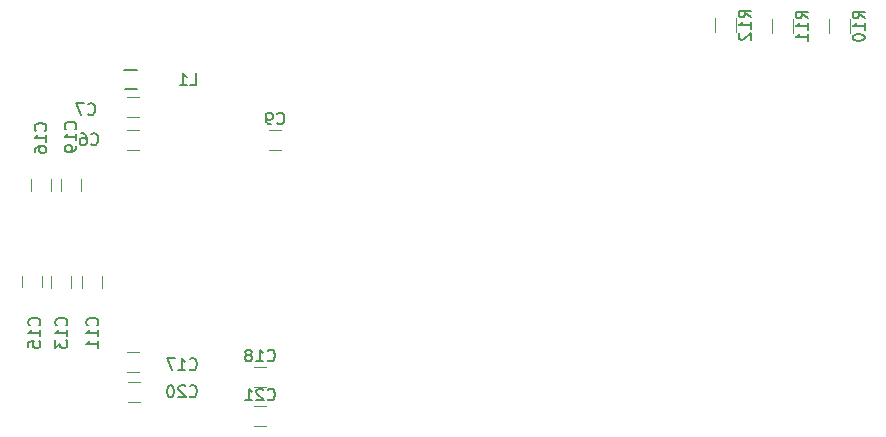
<source format=gbr>
G04 #@! TF.FileFunction,Legend,Bot*
%FSLAX46Y46*%
G04 Gerber Fmt 4.6, Leading zero omitted, Abs format (unit mm)*
G04 Created by KiCad (PCBNEW 4.0.7-e2-6376~58~ubuntu16.04.1) date Tue Apr 16 15:45:19 2019*
%MOMM*%
%LPD*%
G01*
G04 APERTURE LIST*
%ADD10C,0.100000*%
%ADD11C,0.120000*%
%ADD12C,0.150000*%
G04 APERTURE END LIST*
D10*
D11*
X103001767Y-101247891D02*
X104001767Y-101247891D01*
X104001767Y-102947891D02*
X103001767Y-102947891D01*
X103001767Y-98464000D02*
X104001767Y-98464000D01*
X104001767Y-100164000D02*
X103001767Y-100164000D01*
X115070000Y-101258000D02*
X116070000Y-101258000D01*
X116070000Y-102958000D02*
X115070000Y-102958000D01*
X100901438Y-113628208D02*
X100901438Y-114628208D01*
X99201438Y-114628208D02*
X99201438Y-113628208D01*
X98276326Y-113628208D02*
X98276326Y-114628208D01*
X96576326Y-114628208D02*
X96576326Y-113628208D01*
X95821438Y-113608208D02*
X95821438Y-114608208D01*
X94121438Y-114608208D02*
X94121438Y-113608208D01*
X96608000Y-105438000D02*
X96608000Y-106438000D01*
X94908000Y-106438000D02*
X94908000Y-105438000D01*
X104033002Y-121771001D02*
X103033002Y-121771001D01*
X103033002Y-120071001D02*
X104033002Y-120071001D01*
X113800000Y-121324000D02*
X114800000Y-121324000D01*
X114800000Y-123024000D02*
X113800000Y-123024000D01*
X99148000Y-105418000D02*
X99148000Y-106418000D01*
X97448000Y-106418000D02*
X97448000Y-105418000D01*
X104132000Y-124294000D02*
X103132000Y-124294000D01*
X103132000Y-122594000D02*
X104132000Y-122594000D01*
X113800000Y-124626000D02*
X114800000Y-124626000D01*
X114800000Y-126326000D02*
X113800000Y-126326000D01*
D12*
X103913940Y-97828100D02*
X102862380Y-97828100D01*
X102811580Y-96227900D02*
X103863140Y-96227900D01*
D11*
X162442000Y-91865974D02*
X162442000Y-93065974D01*
X164202000Y-93065974D02*
X164202000Y-91865974D01*
X157616000Y-91865974D02*
X157616000Y-93065974D01*
X159376000Y-93065974D02*
X159376000Y-91865974D01*
X152790000Y-91785974D02*
X152790000Y-92985974D01*
X154550000Y-92985974D02*
X154550000Y-91785974D01*
D12*
X99988666Y-102465143D02*
X100036285Y-102512762D01*
X100179142Y-102560381D01*
X100274380Y-102560381D01*
X100417238Y-102512762D01*
X100512476Y-102417524D01*
X100560095Y-102322286D01*
X100607714Y-102131810D01*
X100607714Y-101988952D01*
X100560095Y-101798476D01*
X100512476Y-101703238D01*
X100417238Y-101608000D01*
X100274380Y-101560381D01*
X100179142Y-101560381D01*
X100036285Y-101608000D01*
X99988666Y-101655619D01*
X99131523Y-101560381D02*
X99322000Y-101560381D01*
X99417238Y-101608000D01*
X99464857Y-101655619D01*
X99560095Y-101798476D01*
X99607714Y-101988952D01*
X99607714Y-102369905D01*
X99560095Y-102465143D01*
X99512476Y-102512762D01*
X99417238Y-102560381D01*
X99226761Y-102560381D01*
X99131523Y-102512762D01*
X99083904Y-102465143D01*
X99036285Y-102369905D01*
X99036285Y-102131810D01*
X99083904Y-102036571D01*
X99131523Y-101988952D01*
X99226761Y-101941333D01*
X99417238Y-101941333D01*
X99512476Y-101988952D01*
X99560095Y-102036571D01*
X99607714Y-102131810D01*
X99734666Y-99925143D02*
X99782285Y-99972762D01*
X99925142Y-100020381D01*
X100020380Y-100020381D01*
X100163238Y-99972762D01*
X100258476Y-99877524D01*
X100306095Y-99782286D01*
X100353714Y-99591810D01*
X100353714Y-99448952D01*
X100306095Y-99258476D01*
X100258476Y-99163238D01*
X100163238Y-99068000D01*
X100020380Y-99020381D01*
X99925142Y-99020381D01*
X99782285Y-99068000D01*
X99734666Y-99115619D01*
X99401333Y-99020381D02*
X98734666Y-99020381D01*
X99163238Y-100020381D01*
X115736666Y-100715143D02*
X115784285Y-100762762D01*
X115927142Y-100810381D01*
X116022380Y-100810381D01*
X116165238Y-100762762D01*
X116260476Y-100667524D01*
X116308095Y-100572286D01*
X116355714Y-100381810D01*
X116355714Y-100238952D01*
X116308095Y-100048476D01*
X116260476Y-99953238D01*
X116165238Y-99858000D01*
X116022380Y-99810381D01*
X115927142Y-99810381D01*
X115784285Y-99858000D01*
X115736666Y-99905619D01*
X115260476Y-100810381D02*
X115070000Y-100810381D01*
X114974761Y-100762762D01*
X114927142Y-100715143D01*
X114831904Y-100572286D01*
X114784285Y-100381810D01*
X114784285Y-100000857D01*
X114831904Y-99905619D01*
X114879523Y-99858000D01*
X114974761Y-99810381D01*
X115165238Y-99810381D01*
X115260476Y-99858000D01*
X115308095Y-99905619D01*
X115355714Y-100000857D01*
X115355714Y-100238952D01*
X115308095Y-100334190D01*
X115260476Y-100381810D01*
X115165238Y-100429429D01*
X114974761Y-100429429D01*
X114879523Y-100381810D01*
X114831904Y-100334190D01*
X114784285Y-100238952D01*
X100493693Y-117803351D02*
X100541312Y-117755732D01*
X100588931Y-117612875D01*
X100588931Y-117517637D01*
X100541312Y-117374779D01*
X100446074Y-117279541D01*
X100350836Y-117231922D01*
X100160360Y-117184303D01*
X100017502Y-117184303D01*
X99827026Y-117231922D01*
X99731788Y-117279541D01*
X99636550Y-117374779D01*
X99588931Y-117517637D01*
X99588931Y-117612875D01*
X99636550Y-117755732D01*
X99684169Y-117803351D01*
X100588931Y-118755732D02*
X100588931Y-118184303D01*
X100588931Y-118470017D02*
X99588931Y-118470017D01*
X99731788Y-118374779D01*
X99827026Y-118279541D01*
X99874645Y-118184303D01*
X100588931Y-119708113D02*
X100588931Y-119136684D01*
X100588931Y-119422398D02*
X99588931Y-119422398D01*
X99731788Y-119327160D01*
X99827026Y-119231922D01*
X99874645Y-119136684D01*
X97868581Y-117803351D02*
X97916200Y-117755732D01*
X97963819Y-117612875D01*
X97963819Y-117517637D01*
X97916200Y-117374779D01*
X97820962Y-117279541D01*
X97725724Y-117231922D01*
X97535248Y-117184303D01*
X97392390Y-117184303D01*
X97201914Y-117231922D01*
X97106676Y-117279541D01*
X97011438Y-117374779D01*
X96963819Y-117517637D01*
X96963819Y-117612875D01*
X97011438Y-117755732D01*
X97059057Y-117803351D01*
X97963819Y-118755732D02*
X97963819Y-118184303D01*
X97963819Y-118470017D02*
X96963819Y-118470017D01*
X97106676Y-118374779D01*
X97201914Y-118279541D01*
X97249533Y-118184303D01*
X96963819Y-119089065D02*
X96963819Y-119708113D01*
X97344771Y-119374779D01*
X97344771Y-119517637D01*
X97392390Y-119612875D01*
X97440009Y-119660494D01*
X97535248Y-119708113D01*
X97773343Y-119708113D01*
X97868581Y-119660494D01*
X97916200Y-119612875D01*
X97963819Y-119517637D01*
X97963819Y-119231922D01*
X97916200Y-119136684D01*
X97868581Y-119089065D01*
X95582581Y-117803351D02*
X95630200Y-117755732D01*
X95677819Y-117612875D01*
X95677819Y-117517637D01*
X95630200Y-117374779D01*
X95534962Y-117279541D01*
X95439724Y-117231922D01*
X95249248Y-117184303D01*
X95106390Y-117184303D01*
X94915914Y-117231922D01*
X94820676Y-117279541D01*
X94725438Y-117374779D01*
X94677819Y-117517637D01*
X94677819Y-117612875D01*
X94725438Y-117755732D01*
X94773057Y-117803351D01*
X95677819Y-118755732D02*
X95677819Y-118184303D01*
X95677819Y-118470017D02*
X94677819Y-118470017D01*
X94820676Y-118374779D01*
X94915914Y-118279541D01*
X94963533Y-118184303D01*
X94677819Y-119660494D02*
X94677819Y-119184303D01*
X95154009Y-119136684D01*
X95106390Y-119184303D01*
X95058771Y-119279541D01*
X95058771Y-119517637D01*
X95106390Y-119612875D01*
X95154009Y-119660494D01*
X95249248Y-119708113D01*
X95487343Y-119708113D01*
X95582581Y-119660494D01*
X95630200Y-119612875D01*
X95677819Y-119517637D01*
X95677819Y-119279541D01*
X95630200Y-119184303D01*
X95582581Y-119136684D01*
X96115143Y-101322145D02*
X96162762Y-101274526D01*
X96210381Y-101131669D01*
X96210381Y-101036431D01*
X96162762Y-100893573D01*
X96067524Y-100798335D01*
X95972286Y-100750716D01*
X95781810Y-100703097D01*
X95638952Y-100703097D01*
X95448476Y-100750716D01*
X95353238Y-100798335D01*
X95258000Y-100893573D01*
X95210381Y-101036431D01*
X95210381Y-101131669D01*
X95258000Y-101274526D01*
X95305619Y-101322145D01*
X96210381Y-102274526D02*
X96210381Y-101703097D01*
X96210381Y-101988811D02*
X95210381Y-101988811D01*
X95353238Y-101893573D01*
X95448476Y-101798335D01*
X95496095Y-101703097D01*
X95210381Y-103131669D02*
X95210381Y-102941192D01*
X95258000Y-102845954D01*
X95305619Y-102798335D01*
X95448476Y-102703097D01*
X95638952Y-102655478D01*
X96019905Y-102655478D01*
X96115143Y-102703097D01*
X96162762Y-102750716D01*
X96210381Y-102845954D01*
X96210381Y-103036431D01*
X96162762Y-103131669D01*
X96115143Y-103179288D01*
X96019905Y-103226907D01*
X95781810Y-103226907D01*
X95686571Y-103179288D01*
X95638952Y-103131669D01*
X95591333Y-103036431D01*
X95591333Y-102845954D01*
X95638952Y-102750716D01*
X95686571Y-102703097D01*
X95781810Y-102655478D01*
X108338857Y-121515143D02*
X108386476Y-121562762D01*
X108529333Y-121610381D01*
X108624571Y-121610381D01*
X108767429Y-121562762D01*
X108862667Y-121467524D01*
X108910286Y-121372286D01*
X108957905Y-121181810D01*
X108957905Y-121038952D01*
X108910286Y-120848476D01*
X108862667Y-120753238D01*
X108767429Y-120658000D01*
X108624571Y-120610381D01*
X108529333Y-120610381D01*
X108386476Y-120658000D01*
X108338857Y-120705619D01*
X107386476Y-121610381D02*
X107957905Y-121610381D01*
X107672191Y-121610381D02*
X107672191Y-120610381D01*
X107767429Y-120753238D01*
X107862667Y-120848476D01*
X107957905Y-120896095D01*
X107053143Y-120610381D02*
X106386476Y-120610381D01*
X106815048Y-121610381D01*
X114942857Y-120781143D02*
X114990476Y-120828762D01*
X115133333Y-120876381D01*
X115228571Y-120876381D01*
X115371429Y-120828762D01*
X115466667Y-120733524D01*
X115514286Y-120638286D01*
X115561905Y-120447810D01*
X115561905Y-120304952D01*
X115514286Y-120114476D01*
X115466667Y-120019238D01*
X115371429Y-119924000D01*
X115228571Y-119876381D01*
X115133333Y-119876381D01*
X114990476Y-119924000D01*
X114942857Y-119971619D01*
X113990476Y-120876381D02*
X114561905Y-120876381D01*
X114276191Y-120876381D02*
X114276191Y-119876381D01*
X114371429Y-120019238D01*
X114466667Y-120114476D01*
X114561905Y-120162095D01*
X113419048Y-120304952D02*
X113514286Y-120257333D01*
X113561905Y-120209714D01*
X113609524Y-120114476D01*
X113609524Y-120066857D01*
X113561905Y-119971619D01*
X113514286Y-119924000D01*
X113419048Y-119876381D01*
X113228571Y-119876381D01*
X113133333Y-119924000D01*
X113085714Y-119971619D01*
X113038095Y-120066857D01*
X113038095Y-120114476D01*
X113085714Y-120209714D01*
X113133333Y-120257333D01*
X113228571Y-120304952D01*
X113419048Y-120304952D01*
X113514286Y-120352571D01*
X113561905Y-120400190D01*
X113609524Y-120495429D01*
X113609524Y-120685905D01*
X113561905Y-120781143D01*
X113514286Y-120828762D01*
X113419048Y-120876381D01*
X113228571Y-120876381D01*
X113133333Y-120828762D01*
X113085714Y-120781143D01*
X113038095Y-120685905D01*
X113038095Y-120495429D01*
X113085714Y-120400190D01*
X113133333Y-120352571D01*
X113228571Y-120304952D01*
X98655143Y-101211143D02*
X98702762Y-101163524D01*
X98750381Y-101020667D01*
X98750381Y-100925429D01*
X98702762Y-100782571D01*
X98607524Y-100687333D01*
X98512286Y-100639714D01*
X98321810Y-100592095D01*
X98178952Y-100592095D01*
X97988476Y-100639714D01*
X97893238Y-100687333D01*
X97798000Y-100782571D01*
X97750381Y-100925429D01*
X97750381Y-101020667D01*
X97798000Y-101163524D01*
X97845619Y-101211143D01*
X98750381Y-102163524D02*
X98750381Y-101592095D01*
X98750381Y-101877809D02*
X97750381Y-101877809D01*
X97893238Y-101782571D01*
X97988476Y-101687333D01*
X98036095Y-101592095D01*
X98750381Y-102639714D02*
X98750381Y-102830190D01*
X98702762Y-102925429D01*
X98655143Y-102973048D01*
X98512286Y-103068286D01*
X98321810Y-103115905D01*
X97940857Y-103115905D01*
X97845619Y-103068286D01*
X97798000Y-103020667D01*
X97750381Y-102925429D01*
X97750381Y-102734952D01*
X97798000Y-102639714D01*
X97845619Y-102592095D01*
X97940857Y-102544476D01*
X98178952Y-102544476D01*
X98274190Y-102592095D01*
X98321810Y-102639714D01*
X98369429Y-102734952D01*
X98369429Y-102925429D01*
X98321810Y-103020667D01*
X98274190Y-103068286D01*
X98178952Y-103115905D01*
X108338857Y-123801143D02*
X108386476Y-123848762D01*
X108529333Y-123896381D01*
X108624571Y-123896381D01*
X108767429Y-123848762D01*
X108862667Y-123753524D01*
X108910286Y-123658286D01*
X108957905Y-123467810D01*
X108957905Y-123324952D01*
X108910286Y-123134476D01*
X108862667Y-123039238D01*
X108767429Y-122944000D01*
X108624571Y-122896381D01*
X108529333Y-122896381D01*
X108386476Y-122944000D01*
X108338857Y-122991619D01*
X107957905Y-122991619D02*
X107910286Y-122944000D01*
X107815048Y-122896381D01*
X107576952Y-122896381D01*
X107481714Y-122944000D01*
X107434095Y-122991619D01*
X107386476Y-123086857D01*
X107386476Y-123182095D01*
X107434095Y-123324952D01*
X108005524Y-123896381D01*
X107386476Y-123896381D01*
X106767429Y-122896381D02*
X106672190Y-122896381D01*
X106576952Y-122944000D01*
X106529333Y-122991619D01*
X106481714Y-123086857D01*
X106434095Y-123277333D01*
X106434095Y-123515429D01*
X106481714Y-123705905D01*
X106529333Y-123801143D01*
X106576952Y-123848762D01*
X106672190Y-123896381D01*
X106767429Y-123896381D01*
X106862667Y-123848762D01*
X106910286Y-123801143D01*
X106957905Y-123705905D01*
X107005524Y-123515429D01*
X107005524Y-123277333D01*
X106957905Y-123086857D01*
X106910286Y-122991619D01*
X106862667Y-122944000D01*
X106767429Y-122896381D01*
X114942857Y-124083143D02*
X114990476Y-124130762D01*
X115133333Y-124178381D01*
X115228571Y-124178381D01*
X115371429Y-124130762D01*
X115466667Y-124035524D01*
X115514286Y-123940286D01*
X115561905Y-123749810D01*
X115561905Y-123606952D01*
X115514286Y-123416476D01*
X115466667Y-123321238D01*
X115371429Y-123226000D01*
X115228571Y-123178381D01*
X115133333Y-123178381D01*
X114990476Y-123226000D01*
X114942857Y-123273619D01*
X114561905Y-123273619D02*
X114514286Y-123226000D01*
X114419048Y-123178381D01*
X114180952Y-123178381D01*
X114085714Y-123226000D01*
X114038095Y-123273619D01*
X113990476Y-123368857D01*
X113990476Y-123464095D01*
X114038095Y-123606952D01*
X114609524Y-124178381D01*
X113990476Y-124178381D01*
X113038095Y-124178381D02*
X113609524Y-124178381D01*
X113323810Y-124178381D02*
X113323810Y-123178381D01*
X113419048Y-123321238D01*
X113514286Y-123416476D01*
X113609524Y-123464095D01*
X108355426Y-97480381D02*
X108831617Y-97480381D01*
X108831617Y-96480381D01*
X107498283Y-97480381D02*
X108069712Y-97480381D01*
X107783998Y-97480381D02*
X107783998Y-96480381D01*
X107879236Y-96623238D01*
X107974474Y-96718476D01*
X108069712Y-96766095D01*
X165474381Y-91823117D02*
X164998190Y-91489783D01*
X165474381Y-91251688D02*
X164474381Y-91251688D01*
X164474381Y-91632641D01*
X164522000Y-91727879D01*
X164569619Y-91775498D01*
X164664857Y-91823117D01*
X164807714Y-91823117D01*
X164902952Y-91775498D01*
X164950571Y-91727879D01*
X164998190Y-91632641D01*
X164998190Y-91251688D01*
X165474381Y-92775498D02*
X165474381Y-92204069D01*
X165474381Y-92489783D02*
X164474381Y-92489783D01*
X164617238Y-92394545D01*
X164712476Y-92299307D01*
X164760095Y-92204069D01*
X164474381Y-93394545D02*
X164474381Y-93489784D01*
X164522000Y-93585022D01*
X164569619Y-93632641D01*
X164664857Y-93680260D01*
X164855333Y-93727879D01*
X165093429Y-93727879D01*
X165283905Y-93680260D01*
X165379143Y-93632641D01*
X165426762Y-93585022D01*
X165474381Y-93489784D01*
X165474381Y-93394545D01*
X165426762Y-93299307D01*
X165379143Y-93251688D01*
X165283905Y-93204069D01*
X165093429Y-93156450D01*
X164855333Y-93156450D01*
X164664857Y-93204069D01*
X164569619Y-93251688D01*
X164522000Y-93299307D01*
X164474381Y-93394545D01*
X160648381Y-91823117D02*
X160172190Y-91489783D01*
X160648381Y-91251688D02*
X159648381Y-91251688D01*
X159648381Y-91632641D01*
X159696000Y-91727879D01*
X159743619Y-91775498D01*
X159838857Y-91823117D01*
X159981714Y-91823117D01*
X160076952Y-91775498D01*
X160124571Y-91727879D01*
X160172190Y-91632641D01*
X160172190Y-91251688D01*
X160648381Y-92775498D02*
X160648381Y-92204069D01*
X160648381Y-92489783D02*
X159648381Y-92489783D01*
X159791238Y-92394545D01*
X159886476Y-92299307D01*
X159934095Y-92204069D01*
X160648381Y-93727879D02*
X160648381Y-93156450D01*
X160648381Y-93442164D02*
X159648381Y-93442164D01*
X159791238Y-93346926D01*
X159886476Y-93251688D01*
X159934095Y-93156450D01*
X155822381Y-91743117D02*
X155346190Y-91409783D01*
X155822381Y-91171688D02*
X154822381Y-91171688D01*
X154822381Y-91552641D01*
X154870000Y-91647879D01*
X154917619Y-91695498D01*
X155012857Y-91743117D01*
X155155714Y-91743117D01*
X155250952Y-91695498D01*
X155298571Y-91647879D01*
X155346190Y-91552641D01*
X155346190Y-91171688D01*
X155822381Y-92695498D02*
X155822381Y-92124069D01*
X155822381Y-92409783D02*
X154822381Y-92409783D01*
X154965238Y-92314545D01*
X155060476Y-92219307D01*
X155108095Y-92124069D01*
X154917619Y-93076450D02*
X154870000Y-93124069D01*
X154822381Y-93219307D01*
X154822381Y-93457403D01*
X154870000Y-93552641D01*
X154917619Y-93600260D01*
X155012857Y-93647879D01*
X155108095Y-93647879D01*
X155250952Y-93600260D01*
X155822381Y-93028831D01*
X155822381Y-93647879D01*
M02*

</source>
